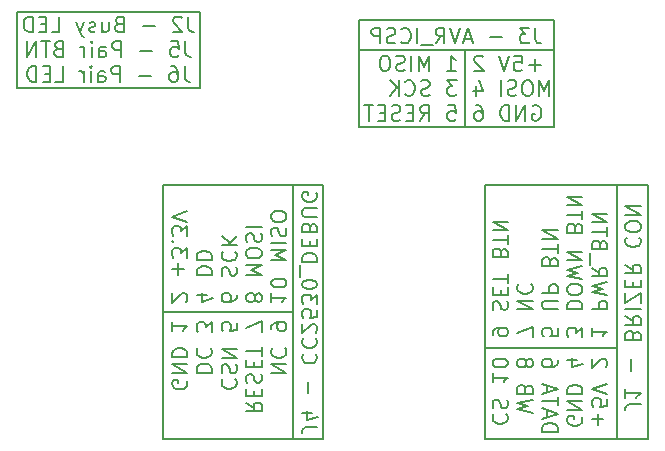
<source format=gbr>
G04 #@! TF.GenerationSoftware,KiCad,Pcbnew,5.0.2+dfsg1-1*
G04 #@! TF.CreationDate,2021-10-10T22:00:12+03:00*
G04 #@! TF.ProjectId,Brizer-ZigBee,4272697a-6572-42d5-9a69-674265652e6b,rev?*
G04 #@! TF.SameCoordinates,Original*
G04 #@! TF.FileFunction,Legend,Bot*
G04 #@! TF.FilePolarity,Positive*
%FSLAX46Y46*%
G04 Gerber Fmt 4.6, Leading zero omitted, Abs format (unit mm)*
G04 Created by KiCad (PCBNEW 5.0.2+dfsg1-1) date Вс 10 окт 2021 22:00:12*
%MOMM*%
%LPD*%
G01*
G04 APERTURE LIST*
%ADD10C,0.200000*%
%ADD11C,0.150000*%
%ADD12O,1.550000X1.550000*%
%ADD13R,1.550000X1.550000*%
%ADD14C,1.550000*%
%ADD15O,1.900000X1.900000*%
%ADD16R,1.900000X1.900000*%
%ADD17C,3.400000*%
G04 APERTURE END LIST*
D10*
X140050000Y-82500000D02*
X140050000Y-76000000D01*
X124550000Y-82500000D02*
X140050000Y-82500000D01*
X124550000Y-76000000D02*
X124550000Y-82500000D01*
X140050000Y-76000000D02*
X124550000Y-76000000D01*
D11*
X139047619Y-76438095D02*
X139047619Y-77366666D01*
X139109523Y-77552380D01*
X139233333Y-77676190D01*
X139419047Y-77738095D01*
X139542857Y-77738095D01*
X138490476Y-76561904D02*
X138428571Y-76500000D01*
X138304761Y-76438095D01*
X137995238Y-76438095D01*
X137871428Y-76500000D01*
X137809523Y-76561904D01*
X137747619Y-76685714D01*
X137747619Y-76809523D01*
X137809523Y-76995238D01*
X138552380Y-77738095D01*
X137747619Y-77738095D01*
X136200000Y-77242857D02*
X135209523Y-77242857D01*
X133166666Y-77057142D02*
X132980952Y-77119047D01*
X132919047Y-77180952D01*
X132857142Y-77304761D01*
X132857142Y-77490476D01*
X132919047Y-77614285D01*
X132980952Y-77676190D01*
X133104761Y-77738095D01*
X133600000Y-77738095D01*
X133600000Y-76438095D01*
X133166666Y-76438095D01*
X133042857Y-76500000D01*
X132980952Y-76561904D01*
X132919047Y-76685714D01*
X132919047Y-76809523D01*
X132980952Y-76933333D01*
X133042857Y-76995238D01*
X133166666Y-77057142D01*
X133600000Y-77057142D01*
X131742857Y-76871428D02*
X131742857Y-77738095D01*
X132300000Y-76871428D02*
X132300000Y-77552380D01*
X132238095Y-77676190D01*
X132114285Y-77738095D01*
X131928571Y-77738095D01*
X131804761Y-77676190D01*
X131742857Y-77614285D01*
X131185714Y-77676190D02*
X131061904Y-77738095D01*
X130814285Y-77738095D01*
X130690476Y-77676190D01*
X130628571Y-77552380D01*
X130628571Y-77490476D01*
X130690476Y-77366666D01*
X130814285Y-77304761D01*
X131000000Y-77304761D01*
X131123809Y-77242857D01*
X131185714Y-77119047D01*
X131185714Y-77057142D01*
X131123809Y-76933333D01*
X131000000Y-76871428D01*
X130814285Y-76871428D01*
X130690476Y-76933333D01*
X130195238Y-76871428D02*
X129885714Y-77738095D01*
X129576190Y-76871428D02*
X129885714Y-77738095D01*
X130009523Y-78047619D01*
X130071428Y-78109523D01*
X130195238Y-78171428D01*
X127471428Y-77738095D02*
X128090476Y-77738095D01*
X128090476Y-76438095D01*
X127038095Y-77057142D02*
X126604761Y-77057142D01*
X126419047Y-77738095D02*
X127038095Y-77738095D01*
X127038095Y-76438095D01*
X126419047Y-76438095D01*
X125861904Y-77738095D02*
X125861904Y-76438095D01*
X125552380Y-76438095D01*
X125366666Y-76500000D01*
X125242857Y-76623809D01*
X125180952Y-76747619D01*
X125119047Y-76995238D01*
X125119047Y-77180952D01*
X125180952Y-77428571D01*
X125242857Y-77552380D01*
X125366666Y-77676190D01*
X125552380Y-77738095D01*
X125861904Y-77738095D01*
X138800000Y-78538095D02*
X138800000Y-79466666D01*
X138861904Y-79652380D01*
X138985714Y-79776190D01*
X139171428Y-79838095D01*
X139295238Y-79838095D01*
X137561904Y-78538095D02*
X138180952Y-78538095D01*
X138242857Y-79157142D01*
X138180952Y-79095238D01*
X138057142Y-79033333D01*
X137747619Y-79033333D01*
X137623809Y-79095238D01*
X137561904Y-79157142D01*
X137500000Y-79280952D01*
X137500000Y-79590476D01*
X137561904Y-79714285D01*
X137623809Y-79776190D01*
X137747619Y-79838095D01*
X138057142Y-79838095D01*
X138180952Y-79776190D01*
X138242857Y-79714285D01*
X135952380Y-79342857D02*
X134961904Y-79342857D01*
X133352380Y-79838095D02*
X133352380Y-78538095D01*
X132857142Y-78538095D01*
X132733333Y-78600000D01*
X132671428Y-78661904D01*
X132609523Y-78785714D01*
X132609523Y-78971428D01*
X132671428Y-79095238D01*
X132733333Y-79157142D01*
X132857142Y-79219047D01*
X133352380Y-79219047D01*
X131495238Y-79838095D02*
X131495238Y-79157142D01*
X131557142Y-79033333D01*
X131680952Y-78971428D01*
X131928571Y-78971428D01*
X132052380Y-79033333D01*
X131495238Y-79776190D02*
X131619047Y-79838095D01*
X131928571Y-79838095D01*
X132052380Y-79776190D01*
X132114285Y-79652380D01*
X132114285Y-79528571D01*
X132052380Y-79404761D01*
X131928571Y-79342857D01*
X131619047Y-79342857D01*
X131495238Y-79280952D01*
X130876190Y-79838095D02*
X130876190Y-78971428D01*
X130876190Y-78538095D02*
X130938095Y-78600000D01*
X130876190Y-78661904D01*
X130814285Y-78600000D01*
X130876190Y-78538095D01*
X130876190Y-78661904D01*
X130257142Y-79838095D02*
X130257142Y-78971428D01*
X130257142Y-79219047D02*
X130195238Y-79095238D01*
X130133333Y-79033333D01*
X130009523Y-78971428D01*
X129885714Y-78971428D01*
X128028571Y-79157142D02*
X127842857Y-79219047D01*
X127780952Y-79280952D01*
X127719047Y-79404761D01*
X127719047Y-79590476D01*
X127780952Y-79714285D01*
X127842857Y-79776190D01*
X127966666Y-79838095D01*
X128461904Y-79838095D01*
X128461904Y-78538095D01*
X128028571Y-78538095D01*
X127904761Y-78600000D01*
X127842857Y-78661904D01*
X127780952Y-78785714D01*
X127780952Y-78909523D01*
X127842857Y-79033333D01*
X127904761Y-79095238D01*
X128028571Y-79157142D01*
X128461904Y-79157142D01*
X127347619Y-78538095D02*
X126604761Y-78538095D01*
X126976190Y-79838095D02*
X126976190Y-78538095D01*
X126171428Y-79838095D02*
X126171428Y-78538095D01*
X125428571Y-79838095D01*
X125428571Y-78538095D01*
X138738095Y-80638095D02*
X138738095Y-81566666D01*
X138800000Y-81752380D01*
X138923809Y-81876190D01*
X139109523Y-81938095D01*
X139233333Y-81938095D01*
X137561904Y-80638095D02*
X137809523Y-80638095D01*
X137933333Y-80700000D01*
X137995238Y-80761904D01*
X138119047Y-80947619D01*
X138180952Y-81195238D01*
X138180952Y-81690476D01*
X138119047Y-81814285D01*
X138057142Y-81876190D01*
X137933333Y-81938095D01*
X137685714Y-81938095D01*
X137561904Y-81876190D01*
X137500000Y-81814285D01*
X137438095Y-81690476D01*
X137438095Y-81380952D01*
X137500000Y-81257142D01*
X137561904Y-81195238D01*
X137685714Y-81133333D01*
X137933333Y-81133333D01*
X138057142Y-81195238D01*
X138119047Y-81257142D01*
X138180952Y-81380952D01*
X135890476Y-81442857D02*
X134900000Y-81442857D01*
X133290476Y-81938095D02*
X133290476Y-80638095D01*
X132795238Y-80638095D01*
X132671428Y-80700000D01*
X132609523Y-80761904D01*
X132547619Y-80885714D01*
X132547619Y-81071428D01*
X132609523Y-81195238D01*
X132671428Y-81257142D01*
X132795238Y-81319047D01*
X133290476Y-81319047D01*
X131433333Y-81938095D02*
X131433333Y-81257142D01*
X131495238Y-81133333D01*
X131619047Y-81071428D01*
X131866666Y-81071428D01*
X131990476Y-81133333D01*
X131433333Y-81876190D02*
X131557142Y-81938095D01*
X131866666Y-81938095D01*
X131990476Y-81876190D01*
X132052380Y-81752380D01*
X132052380Y-81628571D01*
X131990476Y-81504761D01*
X131866666Y-81442857D01*
X131557142Y-81442857D01*
X131433333Y-81380952D01*
X130814285Y-81938095D02*
X130814285Y-81071428D01*
X130814285Y-80638095D02*
X130876190Y-80700000D01*
X130814285Y-80761904D01*
X130752380Y-80700000D01*
X130814285Y-80638095D01*
X130814285Y-80761904D01*
X130195238Y-81938095D02*
X130195238Y-81071428D01*
X130195238Y-81319047D02*
X130133333Y-81195238D01*
X130071428Y-81133333D01*
X129947619Y-81071428D01*
X129823809Y-81071428D01*
X127780952Y-81938095D02*
X128400000Y-81938095D01*
X128400000Y-80638095D01*
X127347619Y-81257142D02*
X126914285Y-81257142D01*
X126728571Y-81938095D02*
X127347619Y-81938095D01*
X127347619Y-80638095D01*
X126728571Y-80638095D01*
X126171428Y-81938095D02*
X126171428Y-80638095D01*
X125861904Y-80638095D01*
X125676190Y-80700000D01*
X125552380Y-80823809D01*
X125490476Y-80947619D01*
X125428571Y-81195238D01*
X125428571Y-81380952D01*
X125490476Y-81628571D01*
X125552380Y-81752380D01*
X125676190Y-81876190D01*
X125861904Y-81938095D01*
X126171428Y-81938095D01*
D10*
X147950000Y-101450000D02*
X136950000Y-101450000D01*
X147950000Y-90700000D02*
X147950000Y-101450000D01*
X147950000Y-112200000D02*
X147950000Y-90700000D01*
X136950000Y-112200000D02*
X150450000Y-112200000D01*
X136950000Y-90700000D02*
X136950000Y-112200000D01*
X150450000Y-90700000D02*
X136950000Y-90700000D01*
X150450000Y-112200000D02*
X150450000Y-90700000D01*
D11*
X149961904Y-111169047D02*
X149033333Y-111169047D01*
X148847619Y-111230952D01*
X148723809Y-111354761D01*
X148661904Y-111540476D01*
X148661904Y-111664285D01*
X149528571Y-109992857D02*
X148661904Y-109992857D01*
X150023809Y-110302380D02*
X149095238Y-110611904D01*
X149095238Y-109807142D01*
X149157142Y-108321428D02*
X149157142Y-107330952D01*
X148785714Y-104978571D02*
X148723809Y-105040476D01*
X148661904Y-105226190D01*
X148661904Y-105350000D01*
X148723809Y-105535714D01*
X148847619Y-105659523D01*
X148971428Y-105721428D01*
X149219047Y-105783333D01*
X149404761Y-105783333D01*
X149652380Y-105721428D01*
X149776190Y-105659523D01*
X149900000Y-105535714D01*
X149961904Y-105350000D01*
X149961904Y-105226190D01*
X149900000Y-105040476D01*
X149838095Y-104978571D01*
X148785714Y-103678571D02*
X148723809Y-103740476D01*
X148661904Y-103926190D01*
X148661904Y-104050000D01*
X148723809Y-104235714D01*
X148847619Y-104359523D01*
X148971428Y-104421428D01*
X149219047Y-104483333D01*
X149404761Y-104483333D01*
X149652380Y-104421428D01*
X149776190Y-104359523D01*
X149900000Y-104235714D01*
X149961904Y-104050000D01*
X149961904Y-103926190D01*
X149900000Y-103740476D01*
X149838095Y-103678571D01*
X149838095Y-103183333D02*
X149900000Y-103121428D01*
X149961904Y-102997619D01*
X149961904Y-102688095D01*
X149900000Y-102564285D01*
X149838095Y-102502380D01*
X149714285Y-102440476D01*
X149590476Y-102440476D01*
X149404761Y-102502380D01*
X148661904Y-103245238D01*
X148661904Y-102440476D01*
X149961904Y-101264285D02*
X149961904Y-101883333D01*
X149342857Y-101945238D01*
X149404761Y-101883333D01*
X149466666Y-101759523D01*
X149466666Y-101450000D01*
X149404761Y-101326190D01*
X149342857Y-101264285D01*
X149219047Y-101202380D01*
X148909523Y-101202380D01*
X148785714Y-101264285D01*
X148723809Y-101326190D01*
X148661904Y-101450000D01*
X148661904Y-101759523D01*
X148723809Y-101883333D01*
X148785714Y-101945238D01*
X149961904Y-100769047D02*
X149961904Y-99964285D01*
X149466666Y-100397619D01*
X149466666Y-100211904D01*
X149404761Y-100088095D01*
X149342857Y-100026190D01*
X149219047Y-99964285D01*
X148909523Y-99964285D01*
X148785714Y-100026190D01*
X148723809Y-100088095D01*
X148661904Y-100211904D01*
X148661904Y-100583333D01*
X148723809Y-100707142D01*
X148785714Y-100769047D01*
X149961904Y-99159523D02*
X149961904Y-99035714D01*
X149900000Y-98911904D01*
X149838095Y-98850000D01*
X149714285Y-98788095D01*
X149466666Y-98726190D01*
X149157142Y-98726190D01*
X148909523Y-98788095D01*
X148785714Y-98850000D01*
X148723809Y-98911904D01*
X148661904Y-99035714D01*
X148661904Y-99159523D01*
X148723809Y-99283333D01*
X148785714Y-99345238D01*
X148909523Y-99407142D01*
X149157142Y-99469047D01*
X149466666Y-99469047D01*
X149714285Y-99407142D01*
X149838095Y-99345238D01*
X149900000Y-99283333D01*
X149961904Y-99159523D01*
X148538095Y-98478571D02*
X148538095Y-97488095D01*
X148661904Y-97178571D02*
X149961904Y-97178571D01*
X149961904Y-96869047D01*
X149900000Y-96683333D01*
X149776190Y-96559523D01*
X149652380Y-96497619D01*
X149404761Y-96435714D01*
X149219047Y-96435714D01*
X148971428Y-96497619D01*
X148847619Y-96559523D01*
X148723809Y-96683333D01*
X148661904Y-96869047D01*
X148661904Y-97178571D01*
X149342857Y-95878571D02*
X149342857Y-95445238D01*
X148661904Y-95259523D02*
X148661904Y-95878571D01*
X149961904Y-95878571D01*
X149961904Y-95259523D01*
X149342857Y-94269047D02*
X149280952Y-94083333D01*
X149219047Y-94021428D01*
X149095238Y-93959523D01*
X148909523Y-93959523D01*
X148785714Y-94021428D01*
X148723809Y-94083333D01*
X148661904Y-94207142D01*
X148661904Y-94702380D01*
X149961904Y-94702380D01*
X149961904Y-94269047D01*
X149900000Y-94145238D01*
X149838095Y-94083333D01*
X149714285Y-94021428D01*
X149590476Y-94021428D01*
X149466666Y-94083333D01*
X149404761Y-94145238D01*
X149342857Y-94269047D01*
X149342857Y-94702380D01*
X149961904Y-93402380D02*
X148909523Y-93402380D01*
X148785714Y-93340476D01*
X148723809Y-93278571D01*
X148661904Y-93154761D01*
X148661904Y-92907142D01*
X148723809Y-92783333D01*
X148785714Y-92721428D01*
X148909523Y-92659523D01*
X149961904Y-92659523D01*
X149900000Y-91359523D02*
X149961904Y-91483333D01*
X149961904Y-91669047D01*
X149900000Y-91854761D01*
X149776190Y-91978571D01*
X149652380Y-92040476D01*
X149404761Y-92102380D01*
X149219047Y-92102380D01*
X148971428Y-92040476D01*
X148847619Y-91978571D01*
X148723809Y-91854761D01*
X148661904Y-91669047D01*
X148661904Y-91545238D01*
X148723809Y-91359523D01*
X148785714Y-91297619D01*
X149219047Y-91297619D01*
X149219047Y-91545238D01*
X146061904Y-99862023D02*
X146061904Y-100604880D01*
X146061904Y-100233452D02*
X147361904Y-100233452D01*
X147176190Y-100357261D01*
X147052380Y-100481071D01*
X146990476Y-100604880D01*
X147361904Y-99057261D02*
X147361904Y-98933452D01*
X147300000Y-98809642D01*
X147238095Y-98747738D01*
X147114285Y-98685833D01*
X146866666Y-98623928D01*
X146557142Y-98623928D01*
X146309523Y-98685833D01*
X146185714Y-98747738D01*
X146123809Y-98809642D01*
X146061904Y-98933452D01*
X146061904Y-99057261D01*
X146123809Y-99181071D01*
X146185714Y-99242976D01*
X146309523Y-99304880D01*
X146557142Y-99366785D01*
X146866666Y-99366785D01*
X147114285Y-99304880D01*
X147238095Y-99242976D01*
X147300000Y-99181071D01*
X147361904Y-99057261D01*
X146061904Y-97076309D02*
X147361904Y-97076309D01*
X146433333Y-96642976D01*
X147361904Y-96209642D01*
X146061904Y-96209642D01*
X146061904Y-95590595D02*
X147361904Y-95590595D01*
X146123809Y-95033452D02*
X146061904Y-94847738D01*
X146061904Y-94538214D01*
X146123809Y-94414404D01*
X146185714Y-94352500D01*
X146309523Y-94290595D01*
X146433333Y-94290595D01*
X146557142Y-94352500D01*
X146619047Y-94414404D01*
X146680952Y-94538214D01*
X146742857Y-94785833D01*
X146804761Y-94909642D01*
X146866666Y-94971547D01*
X146990476Y-95033452D01*
X147114285Y-95033452D01*
X147238095Y-94971547D01*
X147300000Y-94909642D01*
X147361904Y-94785833D01*
X147361904Y-94476309D01*
X147300000Y-94290595D01*
X147361904Y-93485833D02*
X147361904Y-93238214D01*
X147300000Y-93114404D01*
X147176190Y-92990595D01*
X146928571Y-92928690D01*
X146495238Y-92928690D01*
X146247619Y-92990595D01*
X146123809Y-93114404D01*
X146061904Y-93238214D01*
X146061904Y-93485833D01*
X146123809Y-93609642D01*
X146247619Y-93733452D01*
X146495238Y-93795357D01*
X146928571Y-93795357D01*
X147176190Y-93733452D01*
X147300000Y-93609642D01*
X147361904Y-93485833D01*
X144704761Y-100357261D02*
X144766666Y-100481071D01*
X144828571Y-100542976D01*
X144952380Y-100604880D01*
X145014285Y-100604880D01*
X145138095Y-100542976D01*
X145200000Y-100481071D01*
X145261904Y-100357261D01*
X145261904Y-100109642D01*
X145200000Y-99985833D01*
X145138095Y-99923928D01*
X145014285Y-99862023D01*
X144952380Y-99862023D01*
X144828571Y-99923928D01*
X144766666Y-99985833D01*
X144704761Y-100109642D01*
X144704761Y-100357261D01*
X144642857Y-100481071D01*
X144580952Y-100542976D01*
X144457142Y-100604880D01*
X144209523Y-100604880D01*
X144085714Y-100542976D01*
X144023809Y-100481071D01*
X143961904Y-100357261D01*
X143961904Y-100109642D01*
X144023809Y-99985833D01*
X144085714Y-99923928D01*
X144209523Y-99862023D01*
X144457142Y-99862023D01*
X144580952Y-99923928D01*
X144642857Y-99985833D01*
X144704761Y-100109642D01*
X143961904Y-98314404D02*
X145261904Y-98314404D01*
X144333333Y-97881071D01*
X145261904Y-97447738D01*
X143961904Y-97447738D01*
X145261904Y-96581071D02*
X145261904Y-96333452D01*
X145200000Y-96209642D01*
X145076190Y-96085833D01*
X144828571Y-96023928D01*
X144395238Y-96023928D01*
X144147619Y-96085833D01*
X144023809Y-96209642D01*
X143961904Y-96333452D01*
X143961904Y-96581071D01*
X144023809Y-96704880D01*
X144147619Y-96828690D01*
X144395238Y-96890595D01*
X144828571Y-96890595D01*
X145076190Y-96828690D01*
X145200000Y-96704880D01*
X145261904Y-96581071D01*
X144023809Y-95528690D02*
X143961904Y-95342976D01*
X143961904Y-95033452D01*
X144023809Y-94909642D01*
X144085714Y-94847738D01*
X144209523Y-94785833D01*
X144333333Y-94785833D01*
X144457142Y-94847738D01*
X144519047Y-94909642D01*
X144580952Y-95033452D01*
X144642857Y-95281071D01*
X144704761Y-95404880D01*
X144766666Y-95466785D01*
X144890476Y-95528690D01*
X145014285Y-95528690D01*
X145138095Y-95466785D01*
X145200000Y-95404880D01*
X145261904Y-95281071D01*
X145261904Y-94971547D01*
X145200000Y-94785833D01*
X143961904Y-94228690D02*
X145261904Y-94228690D01*
X143161904Y-99985833D02*
X143161904Y-100233452D01*
X143100000Y-100357261D01*
X143038095Y-100419166D01*
X142852380Y-100542976D01*
X142604761Y-100604880D01*
X142109523Y-100604880D01*
X141985714Y-100542976D01*
X141923809Y-100481071D01*
X141861904Y-100357261D01*
X141861904Y-100109642D01*
X141923809Y-99985833D01*
X141985714Y-99923928D01*
X142109523Y-99862023D01*
X142419047Y-99862023D01*
X142542857Y-99923928D01*
X142604761Y-99985833D01*
X142666666Y-100109642D01*
X142666666Y-100357261D01*
X142604761Y-100481071D01*
X142542857Y-100542976D01*
X142419047Y-100604880D01*
X141923809Y-98376309D02*
X141861904Y-98190595D01*
X141861904Y-97881071D01*
X141923809Y-97757261D01*
X141985714Y-97695357D01*
X142109523Y-97633452D01*
X142233333Y-97633452D01*
X142357142Y-97695357D01*
X142419047Y-97757261D01*
X142480952Y-97881071D01*
X142542857Y-98128690D01*
X142604761Y-98252500D01*
X142666666Y-98314404D01*
X142790476Y-98376309D01*
X142914285Y-98376309D01*
X143038095Y-98314404D01*
X143100000Y-98252500D01*
X143161904Y-98128690D01*
X143161904Y-97819166D01*
X143100000Y-97633452D01*
X141985714Y-96333452D02*
X141923809Y-96395357D01*
X141861904Y-96581071D01*
X141861904Y-96704880D01*
X141923809Y-96890595D01*
X142047619Y-97014404D01*
X142171428Y-97076309D01*
X142419047Y-97138214D01*
X142604761Y-97138214D01*
X142852380Y-97076309D01*
X142976190Y-97014404D01*
X143100000Y-96890595D01*
X143161904Y-96704880D01*
X143161904Y-96581071D01*
X143100000Y-96395357D01*
X143038095Y-96333452D01*
X141861904Y-95776309D02*
X143161904Y-95776309D01*
X141861904Y-95033452D02*
X142604761Y-95590595D01*
X143161904Y-95033452D02*
X142419047Y-95776309D01*
X140628571Y-99985833D02*
X139761904Y-99985833D01*
X141123809Y-100295357D02*
X140195238Y-100604880D01*
X140195238Y-99800119D01*
X139761904Y-98314404D02*
X141061904Y-98314404D01*
X141061904Y-98004880D01*
X141000000Y-97819166D01*
X140876190Y-97695357D01*
X140752380Y-97633452D01*
X140504761Y-97571547D01*
X140319047Y-97571547D01*
X140071428Y-97633452D01*
X139947619Y-97695357D01*
X139823809Y-97819166D01*
X139761904Y-98004880D01*
X139761904Y-98314404D01*
X139761904Y-97014404D02*
X141061904Y-97014404D01*
X141061904Y-96704880D01*
X141000000Y-96519166D01*
X140876190Y-96395357D01*
X140752380Y-96333452D01*
X140504761Y-96271547D01*
X140319047Y-96271547D01*
X140071428Y-96333452D01*
X139947619Y-96395357D01*
X139823809Y-96519166D01*
X139761904Y-96704880D01*
X139761904Y-97014404D01*
X138838095Y-100604880D02*
X138900000Y-100542976D01*
X138961904Y-100419166D01*
X138961904Y-100109642D01*
X138900000Y-99985833D01*
X138838095Y-99923928D01*
X138714285Y-99862023D01*
X138590476Y-99862023D01*
X138404761Y-99923928D01*
X137661904Y-100666785D01*
X137661904Y-99862023D01*
X138157142Y-98314404D02*
X138157142Y-97323928D01*
X137661904Y-97819166D02*
X138652380Y-97819166D01*
X138961904Y-96828690D02*
X138961904Y-96023928D01*
X138466666Y-96457261D01*
X138466666Y-96271547D01*
X138404761Y-96147738D01*
X138342857Y-96085833D01*
X138219047Y-96023928D01*
X137909523Y-96023928D01*
X137785714Y-96085833D01*
X137723809Y-96147738D01*
X137661904Y-96271547D01*
X137661904Y-96642976D01*
X137723809Y-96766785D01*
X137785714Y-96828690D01*
X137785714Y-95466785D02*
X137723809Y-95404880D01*
X137661904Y-95466785D01*
X137723809Y-95528690D01*
X137785714Y-95466785D01*
X137661904Y-95466785D01*
X138961904Y-94971547D02*
X138961904Y-94166785D01*
X138466666Y-94600119D01*
X138466666Y-94414404D01*
X138404761Y-94290595D01*
X138342857Y-94228690D01*
X138219047Y-94166785D01*
X137909523Y-94166785D01*
X137785714Y-94228690D01*
X137723809Y-94290595D01*
X137661904Y-94414404D01*
X137661904Y-94785833D01*
X137723809Y-94909642D01*
X137785714Y-94971547D01*
X138961904Y-93795357D02*
X137661904Y-93362023D01*
X138961904Y-92928690D01*
D10*
X162500000Y-79250000D02*
X162500000Y-85750000D01*
X153500000Y-76750000D02*
X153500000Y-79250000D01*
X170000000Y-76750000D02*
X153500000Y-76750000D01*
X170000000Y-85750000D02*
X170000000Y-76750000D01*
X153500000Y-85750000D02*
X170000000Y-85750000D01*
X153500000Y-79250000D02*
X153500000Y-85750000D01*
X170000000Y-79250000D02*
X153500000Y-79250000D01*
D11*
X168416666Y-77388095D02*
X168416666Y-78316666D01*
X168478571Y-78502380D01*
X168602380Y-78626190D01*
X168788095Y-78688095D01*
X168911904Y-78688095D01*
X167921428Y-77388095D02*
X167116666Y-77388095D01*
X167550000Y-77883333D01*
X167364285Y-77883333D01*
X167240476Y-77945238D01*
X167178571Y-78007142D01*
X167116666Y-78130952D01*
X167116666Y-78440476D01*
X167178571Y-78564285D01*
X167240476Y-78626190D01*
X167364285Y-78688095D01*
X167735714Y-78688095D01*
X167859523Y-78626190D01*
X167921428Y-78564285D01*
X165569047Y-78192857D02*
X164578571Y-78192857D01*
X163030952Y-78316666D02*
X162411904Y-78316666D01*
X163154761Y-78688095D02*
X162721428Y-77388095D01*
X162288095Y-78688095D01*
X162040476Y-77388095D02*
X161607142Y-78688095D01*
X161173809Y-77388095D01*
X159997619Y-78688095D02*
X160430952Y-78069047D01*
X160740476Y-78688095D02*
X160740476Y-77388095D01*
X160245238Y-77388095D01*
X160121428Y-77450000D01*
X160059523Y-77511904D01*
X159997619Y-77635714D01*
X159997619Y-77821428D01*
X160059523Y-77945238D01*
X160121428Y-78007142D01*
X160245238Y-78069047D01*
X160740476Y-78069047D01*
X159750000Y-78811904D02*
X158759523Y-78811904D01*
X158450000Y-78688095D02*
X158450000Y-77388095D01*
X157088095Y-78564285D02*
X157150000Y-78626190D01*
X157335714Y-78688095D01*
X157459523Y-78688095D01*
X157645238Y-78626190D01*
X157769047Y-78502380D01*
X157830952Y-78378571D01*
X157892857Y-78130952D01*
X157892857Y-77945238D01*
X157830952Y-77697619D01*
X157769047Y-77573809D01*
X157645238Y-77450000D01*
X157459523Y-77388095D01*
X157335714Y-77388095D01*
X157150000Y-77450000D01*
X157088095Y-77511904D01*
X156592857Y-78626190D02*
X156407142Y-78688095D01*
X156097619Y-78688095D01*
X155973809Y-78626190D01*
X155911904Y-78564285D01*
X155850000Y-78440476D01*
X155850000Y-78316666D01*
X155911904Y-78192857D01*
X155973809Y-78130952D01*
X156097619Y-78069047D01*
X156345238Y-78007142D01*
X156469047Y-77945238D01*
X156530952Y-77883333D01*
X156592857Y-77759523D01*
X156592857Y-77635714D01*
X156530952Y-77511904D01*
X156469047Y-77450000D01*
X156345238Y-77388095D01*
X156035714Y-77388095D01*
X155850000Y-77450000D01*
X155292857Y-78688095D02*
X155292857Y-77388095D01*
X154797619Y-77388095D01*
X154673809Y-77450000D01*
X154611904Y-77511904D01*
X154550000Y-77635714D01*
X154550000Y-77821428D01*
X154611904Y-77945238D01*
X154673809Y-78007142D01*
X154797619Y-78069047D01*
X155292857Y-78069047D01*
X168878452Y-80542857D02*
X167887976Y-80542857D01*
X168383214Y-81038095D02*
X168383214Y-80047619D01*
X166649880Y-79738095D02*
X167268928Y-79738095D01*
X167330833Y-80357142D01*
X167268928Y-80295238D01*
X167145119Y-80233333D01*
X166835595Y-80233333D01*
X166711785Y-80295238D01*
X166649880Y-80357142D01*
X166587976Y-80480952D01*
X166587976Y-80790476D01*
X166649880Y-80914285D01*
X166711785Y-80976190D01*
X166835595Y-81038095D01*
X167145119Y-81038095D01*
X167268928Y-80976190D01*
X167330833Y-80914285D01*
X166216547Y-79738095D02*
X165783214Y-81038095D01*
X165349880Y-79738095D01*
X163987976Y-79861904D02*
X163926071Y-79800000D01*
X163802261Y-79738095D01*
X163492738Y-79738095D01*
X163368928Y-79800000D01*
X163307023Y-79861904D01*
X163245119Y-79985714D01*
X163245119Y-80109523D01*
X163307023Y-80295238D01*
X164049880Y-81038095D01*
X163245119Y-81038095D01*
X169621309Y-83138095D02*
X169621309Y-81838095D01*
X169187976Y-82766666D01*
X168754642Y-81838095D01*
X168754642Y-83138095D01*
X167887976Y-81838095D02*
X167640357Y-81838095D01*
X167516547Y-81900000D01*
X167392738Y-82023809D01*
X167330833Y-82271428D01*
X167330833Y-82704761D01*
X167392738Y-82952380D01*
X167516547Y-83076190D01*
X167640357Y-83138095D01*
X167887976Y-83138095D01*
X168011785Y-83076190D01*
X168135595Y-82952380D01*
X168197500Y-82704761D01*
X168197500Y-82271428D01*
X168135595Y-82023809D01*
X168011785Y-81900000D01*
X167887976Y-81838095D01*
X166835595Y-83076190D02*
X166649880Y-83138095D01*
X166340357Y-83138095D01*
X166216547Y-83076190D01*
X166154642Y-83014285D01*
X166092738Y-82890476D01*
X166092738Y-82766666D01*
X166154642Y-82642857D01*
X166216547Y-82580952D01*
X166340357Y-82519047D01*
X166587976Y-82457142D01*
X166711785Y-82395238D01*
X166773690Y-82333333D01*
X166835595Y-82209523D01*
X166835595Y-82085714D01*
X166773690Y-81961904D01*
X166711785Y-81900000D01*
X166587976Y-81838095D01*
X166278452Y-81838095D01*
X166092738Y-81900000D01*
X165535595Y-83138095D02*
X165535595Y-81838095D01*
X163368928Y-82271428D02*
X163368928Y-83138095D01*
X163678452Y-81776190D02*
X163987976Y-82704761D01*
X163183214Y-82704761D01*
X168197500Y-84000000D02*
X168321309Y-83938095D01*
X168507023Y-83938095D01*
X168692738Y-84000000D01*
X168816547Y-84123809D01*
X168878452Y-84247619D01*
X168940357Y-84495238D01*
X168940357Y-84680952D01*
X168878452Y-84928571D01*
X168816547Y-85052380D01*
X168692738Y-85176190D01*
X168507023Y-85238095D01*
X168383214Y-85238095D01*
X168197500Y-85176190D01*
X168135595Y-85114285D01*
X168135595Y-84680952D01*
X168383214Y-84680952D01*
X167578452Y-85238095D02*
X167578452Y-83938095D01*
X166835595Y-85238095D01*
X166835595Y-83938095D01*
X166216547Y-85238095D02*
X166216547Y-83938095D01*
X165907023Y-83938095D01*
X165721309Y-84000000D01*
X165597500Y-84123809D01*
X165535595Y-84247619D01*
X165473690Y-84495238D01*
X165473690Y-84680952D01*
X165535595Y-84928571D01*
X165597500Y-85052380D01*
X165721309Y-85176190D01*
X165907023Y-85238095D01*
X166216547Y-85238095D01*
X163368928Y-83938095D02*
X163616547Y-83938095D01*
X163740357Y-84000000D01*
X163802261Y-84061904D01*
X163926071Y-84247619D01*
X163987976Y-84495238D01*
X163987976Y-84990476D01*
X163926071Y-85114285D01*
X163864166Y-85176190D01*
X163740357Y-85238095D01*
X163492738Y-85238095D01*
X163368928Y-85176190D01*
X163307023Y-85114285D01*
X163245119Y-84990476D01*
X163245119Y-84680952D01*
X163307023Y-84557142D01*
X163368928Y-84495238D01*
X163492738Y-84433333D01*
X163740357Y-84433333D01*
X163864166Y-84495238D01*
X163926071Y-84557142D01*
X163987976Y-84680952D01*
D10*
X175350000Y-104500000D02*
X164200000Y-104500000D01*
X178000000Y-90700000D02*
X175000000Y-90700000D01*
X178000000Y-112200000D02*
X178000000Y-90700000D01*
X175000000Y-112200000D02*
X178000000Y-112200000D01*
X164200000Y-112200000D02*
X175000000Y-112200000D01*
X164200000Y-90700000D02*
X164200000Y-112200000D01*
X175000000Y-90700000D02*
X164200000Y-90700000D01*
X175350000Y-112200000D02*
X175350000Y-90700000D01*
D11*
X177361904Y-109252380D02*
X176433333Y-109252380D01*
X176247619Y-109314285D01*
X176123809Y-109438095D01*
X176061904Y-109623809D01*
X176061904Y-109747619D01*
X176061904Y-107952380D02*
X176061904Y-108695238D01*
X176061904Y-108323809D02*
X177361904Y-108323809D01*
X177176190Y-108447619D01*
X177052380Y-108571428D01*
X176990476Y-108695238D01*
X176557142Y-106404761D02*
X176557142Y-105414285D01*
X176742857Y-103371428D02*
X176680952Y-103185714D01*
X176619047Y-103123809D01*
X176495238Y-103061904D01*
X176309523Y-103061904D01*
X176185714Y-103123809D01*
X176123809Y-103185714D01*
X176061904Y-103309523D01*
X176061904Y-103804761D01*
X177361904Y-103804761D01*
X177361904Y-103371428D01*
X177300000Y-103247619D01*
X177238095Y-103185714D01*
X177114285Y-103123809D01*
X176990476Y-103123809D01*
X176866666Y-103185714D01*
X176804761Y-103247619D01*
X176742857Y-103371428D01*
X176742857Y-103804761D01*
X176061904Y-101761904D02*
X176680952Y-102195238D01*
X176061904Y-102504761D02*
X177361904Y-102504761D01*
X177361904Y-102009523D01*
X177300000Y-101885714D01*
X177238095Y-101823809D01*
X177114285Y-101761904D01*
X176928571Y-101761904D01*
X176804761Y-101823809D01*
X176742857Y-101885714D01*
X176680952Y-102009523D01*
X176680952Y-102504761D01*
X176061904Y-101204761D02*
X177361904Y-101204761D01*
X177361904Y-100709523D02*
X177361904Y-99842857D01*
X176061904Y-100709523D01*
X176061904Y-99842857D01*
X176742857Y-99347619D02*
X176742857Y-98914285D01*
X176061904Y-98728571D02*
X176061904Y-99347619D01*
X177361904Y-99347619D01*
X177361904Y-98728571D01*
X176061904Y-97428571D02*
X176680952Y-97861904D01*
X176061904Y-98171428D02*
X177361904Y-98171428D01*
X177361904Y-97676190D01*
X177300000Y-97552380D01*
X177238095Y-97490476D01*
X177114285Y-97428571D01*
X176928571Y-97428571D01*
X176804761Y-97490476D01*
X176742857Y-97552380D01*
X176680952Y-97676190D01*
X176680952Y-98171428D01*
X176185714Y-95138095D02*
X176123809Y-95200000D01*
X176061904Y-95385714D01*
X176061904Y-95509523D01*
X176123809Y-95695238D01*
X176247619Y-95819047D01*
X176371428Y-95880952D01*
X176619047Y-95942857D01*
X176804761Y-95942857D01*
X177052380Y-95880952D01*
X177176190Y-95819047D01*
X177300000Y-95695238D01*
X177361904Y-95509523D01*
X177361904Y-95385714D01*
X177300000Y-95200000D01*
X177238095Y-95138095D01*
X177361904Y-94333333D02*
X177361904Y-94085714D01*
X177300000Y-93961904D01*
X177176190Y-93838095D01*
X176928571Y-93776190D01*
X176495238Y-93776190D01*
X176247619Y-93838095D01*
X176123809Y-93961904D01*
X176061904Y-94085714D01*
X176061904Y-94333333D01*
X176123809Y-94457142D01*
X176247619Y-94580952D01*
X176495238Y-94642857D01*
X176928571Y-94642857D01*
X177176190Y-94580952D01*
X177300000Y-94457142D01*
X177361904Y-94333333D01*
X176061904Y-93219047D02*
X177361904Y-93219047D01*
X176061904Y-92476190D01*
X177361904Y-92476190D01*
X173707142Y-111028452D02*
X173707142Y-110037976D01*
X173211904Y-110533214D02*
X174202380Y-110533214D01*
X174511904Y-108799880D02*
X174511904Y-109418928D01*
X173892857Y-109480833D01*
X173954761Y-109418928D01*
X174016666Y-109295119D01*
X174016666Y-108985595D01*
X173954761Y-108861785D01*
X173892857Y-108799880D01*
X173769047Y-108737976D01*
X173459523Y-108737976D01*
X173335714Y-108799880D01*
X173273809Y-108861785D01*
X173211904Y-108985595D01*
X173211904Y-109295119D01*
X173273809Y-109418928D01*
X173335714Y-109480833D01*
X174511904Y-108366547D02*
X173211904Y-107933214D01*
X174511904Y-107499880D01*
X174388095Y-106137976D02*
X174450000Y-106076071D01*
X174511904Y-105952261D01*
X174511904Y-105642738D01*
X174450000Y-105518928D01*
X174388095Y-105457023D01*
X174264285Y-105395119D01*
X174140476Y-105395119D01*
X173954761Y-105457023D01*
X173211904Y-106199880D01*
X173211904Y-105395119D01*
X172350000Y-110347500D02*
X172411904Y-110471309D01*
X172411904Y-110657023D01*
X172350000Y-110842738D01*
X172226190Y-110966547D01*
X172102380Y-111028452D01*
X171854761Y-111090357D01*
X171669047Y-111090357D01*
X171421428Y-111028452D01*
X171297619Y-110966547D01*
X171173809Y-110842738D01*
X171111904Y-110657023D01*
X171111904Y-110533214D01*
X171173809Y-110347500D01*
X171235714Y-110285595D01*
X171669047Y-110285595D01*
X171669047Y-110533214D01*
X171111904Y-109728452D02*
X172411904Y-109728452D01*
X171111904Y-108985595D01*
X172411904Y-108985595D01*
X171111904Y-108366547D02*
X172411904Y-108366547D01*
X172411904Y-108057023D01*
X172350000Y-107871309D01*
X172226190Y-107747500D01*
X172102380Y-107685595D01*
X171854761Y-107623690D01*
X171669047Y-107623690D01*
X171421428Y-107685595D01*
X171297619Y-107747500D01*
X171173809Y-107871309D01*
X171111904Y-108057023D01*
X171111904Y-108366547D01*
X171978571Y-105518928D02*
X171111904Y-105518928D01*
X172473809Y-105828452D02*
X171545238Y-106137976D01*
X171545238Y-105333214D01*
X169011904Y-111585595D02*
X170311904Y-111585595D01*
X170311904Y-111276071D01*
X170250000Y-111090357D01*
X170126190Y-110966547D01*
X170002380Y-110904642D01*
X169754761Y-110842738D01*
X169569047Y-110842738D01*
X169321428Y-110904642D01*
X169197619Y-110966547D01*
X169073809Y-111090357D01*
X169011904Y-111276071D01*
X169011904Y-111585595D01*
X169383333Y-110347500D02*
X169383333Y-109728452D01*
X169011904Y-110471309D02*
X170311904Y-110037976D01*
X169011904Y-109604642D01*
X170311904Y-109357023D02*
X170311904Y-108614166D01*
X169011904Y-108985595D02*
X170311904Y-108985595D01*
X169383333Y-108242738D02*
X169383333Y-107623690D01*
X169011904Y-108366547D02*
X170311904Y-107933214D01*
X169011904Y-107499880D01*
X170311904Y-105518928D02*
X170311904Y-105766547D01*
X170250000Y-105890357D01*
X170188095Y-105952261D01*
X170002380Y-106076071D01*
X169754761Y-106137976D01*
X169259523Y-106137976D01*
X169135714Y-106076071D01*
X169073809Y-106014166D01*
X169011904Y-105890357D01*
X169011904Y-105642738D01*
X169073809Y-105518928D01*
X169135714Y-105457023D01*
X169259523Y-105395119D01*
X169569047Y-105395119D01*
X169692857Y-105457023D01*
X169754761Y-105518928D01*
X169816666Y-105642738D01*
X169816666Y-105890357D01*
X169754761Y-106014166D01*
X169692857Y-106076071D01*
X169569047Y-106137976D01*
X168211904Y-109976071D02*
X166911904Y-109666547D01*
X167840476Y-109418928D01*
X166911904Y-109171309D01*
X168211904Y-108861785D01*
X167592857Y-107933214D02*
X167530952Y-107747500D01*
X167469047Y-107685595D01*
X167345238Y-107623690D01*
X167159523Y-107623690D01*
X167035714Y-107685595D01*
X166973809Y-107747500D01*
X166911904Y-107871309D01*
X166911904Y-108366547D01*
X168211904Y-108366547D01*
X168211904Y-107933214D01*
X168150000Y-107809404D01*
X168088095Y-107747500D01*
X167964285Y-107685595D01*
X167840476Y-107685595D01*
X167716666Y-107747500D01*
X167654761Y-107809404D01*
X167592857Y-107933214D01*
X167592857Y-108366547D01*
X167654761Y-105890357D02*
X167716666Y-106014166D01*
X167778571Y-106076071D01*
X167902380Y-106137976D01*
X167964285Y-106137976D01*
X168088095Y-106076071D01*
X168150000Y-106014166D01*
X168211904Y-105890357D01*
X168211904Y-105642738D01*
X168150000Y-105518928D01*
X168088095Y-105457023D01*
X167964285Y-105395119D01*
X167902380Y-105395119D01*
X167778571Y-105457023D01*
X167716666Y-105518928D01*
X167654761Y-105642738D01*
X167654761Y-105890357D01*
X167592857Y-106014166D01*
X167530952Y-106076071D01*
X167407142Y-106137976D01*
X167159523Y-106137976D01*
X167035714Y-106076071D01*
X166973809Y-106014166D01*
X166911904Y-105890357D01*
X166911904Y-105642738D01*
X166973809Y-105518928D01*
X167035714Y-105457023D01*
X167159523Y-105395119D01*
X167407142Y-105395119D01*
X167530952Y-105457023D01*
X167592857Y-105518928D01*
X167654761Y-105642738D01*
X164935714Y-110099880D02*
X164873809Y-110161785D01*
X164811904Y-110347500D01*
X164811904Y-110471309D01*
X164873809Y-110657023D01*
X164997619Y-110780833D01*
X165121428Y-110842738D01*
X165369047Y-110904642D01*
X165554761Y-110904642D01*
X165802380Y-110842738D01*
X165926190Y-110780833D01*
X166050000Y-110657023D01*
X166111904Y-110471309D01*
X166111904Y-110347500D01*
X166050000Y-110161785D01*
X165988095Y-110099880D01*
X164873809Y-109604642D02*
X164811904Y-109418928D01*
X164811904Y-109109404D01*
X164873809Y-108985595D01*
X164935714Y-108923690D01*
X165059523Y-108861785D01*
X165183333Y-108861785D01*
X165307142Y-108923690D01*
X165369047Y-108985595D01*
X165430952Y-109109404D01*
X165492857Y-109357023D01*
X165554761Y-109480833D01*
X165616666Y-109542738D01*
X165740476Y-109604642D01*
X165864285Y-109604642D01*
X165988095Y-109542738D01*
X166050000Y-109480833D01*
X166111904Y-109357023D01*
X166111904Y-109047500D01*
X166050000Y-108861785D01*
X164811904Y-106633214D02*
X164811904Y-107376071D01*
X164811904Y-107004642D02*
X166111904Y-107004642D01*
X165926190Y-107128452D01*
X165802380Y-107252261D01*
X165740476Y-107376071D01*
X166111904Y-105828452D02*
X166111904Y-105704642D01*
X166050000Y-105580833D01*
X165988095Y-105518928D01*
X165864285Y-105457023D01*
X165616666Y-105395119D01*
X165307142Y-105395119D01*
X165059523Y-105457023D01*
X164935714Y-105518928D01*
X164873809Y-105580833D01*
X164811904Y-105704642D01*
X164811904Y-105828452D01*
X164873809Y-105952261D01*
X164935714Y-106014166D01*
X165059523Y-106076071D01*
X165307142Y-106137976D01*
X165616666Y-106137976D01*
X165864285Y-106076071D01*
X165988095Y-106014166D01*
X166050000Y-105952261D01*
X166111904Y-105828452D01*
X146061904Y-106628452D02*
X147361904Y-106628452D01*
X146061904Y-105885595D01*
X147361904Y-105885595D01*
X146185714Y-104523690D02*
X146123809Y-104585595D01*
X146061904Y-104771309D01*
X146061904Y-104895119D01*
X146123809Y-105080833D01*
X146247619Y-105204642D01*
X146371428Y-105266547D01*
X146619047Y-105328452D01*
X146804761Y-105328452D01*
X147052380Y-105266547D01*
X147176190Y-105204642D01*
X147300000Y-105080833D01*
X147361904Y-104895119D01*
X147361904Y-104771309D01*
X147300000Y-104585595D01*
X147238095Y-104523690D01*
X146061904Y-102914166D02*
X146061904Y-102666547D01*
X146123809Y-102542738D01*
X146185714Y-102480833D01*
X146371428Y-102357023D01*
X146619047Y-102295119D01*
X147114285Y-102295119D01*
X147238095Y-102357023D01*
X147300000Y-102418928D01*
X147361904Y-102542738D01*
X147361904Y-102790357D01*
X147300000Y-102914166D01*
X147238095Y-102976071D01*
X147114285Y-103037976D01*
X146804761Y-103037976D01*
X146680952Y-102976071D01*
X146619047Y-102914166D01*
X146557142Y-102790357D01*
X146557142Y-102542738D01*
X146619047Y-102418928D01*
X146680952Y-102357023D01*
X146804761Y-102295119D01*
X143961904Y-109104642D02*
X144580952Y-109537976D01*
X143961904Y-109847500D02*
X145261904Y-109847500D01*
X145261904Y-109352261D01*
X145200000Y-109228452D01*
X145138095Y-109166547D01*
X145014285Y-109104642D01*
X144828571Y-109104642D01*
X144704761Y-109166547D01*
X144642857Y-109228452D01*
X144580952Y-109352261D01*
X144580952Y-109847500D01*
X144642857Y-108547500D02*
X144642857Y-108114166D01*
X143961904Y-107928452D02*
X143961904Y-108547500D01*
X145261904Y-108547500D01*
X145261904Y-107928452D01*
X144023809Y-107433214D02*
X143961904Y-107247500D01*
X143961904Y-106937976D01*
X144023809Y-106814166D01*
X144085714Y-106752261D01*
X144209523Y-106690357D01*
X144333333Y-106690357D01*
X144457142Y-106752261D01*
X144519047Y-106814166D01*
X144580952Y-106937976D01*
X144642857Y-107185595D01*
X144704761Y-107309404D01*
X144766666Y-107371309D01*
X144890476Y-107433214D01*
X145014285Y-107433214D01*
X145138095Y-107371309D01*
X145200000Y-107309404D01*
X145261904Y-107185595D01*
X145261904Y-106876071D01*
X145200000Y-106690357D01*
X144642857Y-106133214D02*
X144642857Y-105699880D01*
X143961904Y-105514166D02*
X143961904Y-106133214D01*
X145261904Y-106133214D01*
X145261904Y-105514166D01*
X145261904Y-105142738D02*
X145261904Y-104399880D01*
X143961904Y-104771309D02*
X145261904Y-104771309D01*
X145261904Y-103099880D02*
X145261904Y-102233214D01*
X143961904Y-102790357D01*
X141985714Y-107123690D02*
X141923809Y-107185595D01*
X141861904Y-107371309D01*
X141861904Y-107495119D01*
X141923809Y-107680833D01*
X142047619Y-107804642D01*
X142171428Y-107866547D01*
X142419047Y-107928452D01*
X142604761Y-107928452D01*
X142852380Y-107866547D01*
X142976190Y-107804642D01*
X143100000Y-107680833D01*
X143161904Y-107495119D01*
X143161904Y-107371309D01*
X143100000Y-107185595D01*
X143038095Y-107123690D01*
X141923809Y-106628452D02*
X141861904Y-106442738D01*
X141861904Y-106133214D01*
X141923809Y-106009404D01*
X141985714Y-105947500D01*
X142109523Y-105885595D01*
X142233333Y-105885595D01*
X142357142Y-105947500D01*
X142419047Y-106009404D01*
X142480952Y-106133214D01*
X142542857Y-106380833D01*
X142604761Y-106504642D01*
X142666666Y-106566547D01*
X142790476Y-106628452D01*
X142914285Y-106628452D01*
X143038095Y-106566547D01*
X143100000Y-106504642D01*
X143161904Y-106380833D01*
X143161904Y-106071309D01*
X143100000Y-105885595D01*
X141861904Y-105328452D02*
X143161904Y-105328452D01*
X141861904Y-104585595D01*
X143161904Y-104585595D01*
X143161904Y-102357023D02*
X143161904Y-102976071D01*
X142542857Y-103037976D01*
X142604761Y-102976071D01*
X142666666Y-102852261D01*
X142666666Y-102542738D01*
X142604761Y-102418928D01*
X142542857Y-102357023D01*
X142419047Y-102295119D01*
X142109523Y-102295119D01*
X141985714Y-102357023D01*
X141923809Y-102418928D01*
X141861904Y-102542738D01*
X141861904Y-102852261D01*
X141923809Y-102976071D01*
X141985714Y-103037976D01*
X139761904Y-106566547D02*
X141061904Y-106566547D01*
X141061904Y-106257023D01*
X141000000Y-106071309D01*
X140876190Y-105947500D01*
X140752380Y-105885595D01*
X140504761Y-105823690D01*
X140319047Y-105823690D01*
X140071428Y-105885595D01*
X139947619Y-105947500D01*
X139823809Y-106071309D01*
X139761904Y-106257023D01*
X139761904Y-106566547D01*
X139885714Y-104523690D02*
X139823809Y-104585595D01*
X139761904Y-104771309D01*
X139761904Y-104895119D01*
X139823809Y-105080833D01*
X139947619Y-105204642D01*
X140071428Y-105266547D01*
X140319047Y-105328452D01*
X140504761Y-105328452D01*
X140752380Y-105266547D01*
X140876190Y-105204642D01*
X141000000Y-105080833D01*
X141061904Y-104895119D01*
X141061904Y-104771309D01*
X141000000Y-104585595D01*
X140938095Y-104523690D01*
X141061904Y-103099880D02*
X141061904Y-102295119D01*
X140566666Y-102728452D01*
X140566666Y-102542738D01*
X140504761Y-102418928D01*
X140442857Y-102357023D01*
X140319047Y-102295119D01*
X140009523Y-102295119D01*
X139885714Y-102357023D01*
X139823809Y-102418928D01*
X139761904Y-102542738D01*
X139761904Y-102914166D01*
X139823809Y-103037976D01*
X139885714Y-103099880D01*
X138900000Y-107247500D02*
X138961904Y-107371309D01*
X138961904Y-107557023D01*
X138900000Y-107742738D01*
X138776190Y-107866547D01*
X138652380Y-107928452D01*
X138404761Y-107990357D01*
X138219047Y-107990357D01*
X137971428Y-107928452D01*
X137847619Y-107866547D01*
X137723809Y-107742738D01*
X137661904Y-107557023D01*
X137661904Y-107433214D01*
X137723809Y-107247500D01*
X137785714Y-107185595D01*
X138219047Y-107185595D01*
X138219047Y-107433214D01*
X137661904Y-106628452D02*
X138961904Y-106628452D01*
X137661904Y-105885595D01*
X138961904Y-105885595D01*
X137661904Y-105266547D02*
X138961904Y-105266547D01*
X138961904Y-104957023D01*
X138900000Y-104771309D01*
X138776190Y-104647500D01*
X138652380Y-104585595D01*
X138404761Y-104523690D01*
X138219047Y-104523690D01*
X137971428Y-104585595D01*
X137847619Y-104647500D01*
X137723809Y-104771309D01*
X137661904Y-104957023D01*
X137661904Y-105266547D01*
X137661904Y-102295119D02*
X137661904Y-103037976D01*
X137661904Y-102666547D02*
X138961904Y-102666547D01*
X138776190Y-102790357D01*
X138652380Y-102914166D01*
X138590476Y-103037976D01*
X160962023Y-81038095D02*
X161704880Y-81038095D01*
X161333452Y-81038095D02*
X161333452Y-79738095D01*
X161457261Y-79923809D01*
X161581071Y-80047619D01*
X161704880Y-80109523D01*
X159414404Y-81038095D02*
X159414404Y-79738095D01*
X158981071Y-80666666D01*
X158547738Y-79738095D01*
X158547738Y-81038095D01*
X157928690Y-81038095D02*
X157928690Y-79738095D01*
X157371547Y-80976190D02*
X157185833Y-81038095D01*
X156876309Y-81038095D01*
X156752500Y-80976190D01*
X156690595Y-80914285D01*
X156628690Y-80790476D01*
X156628690Y-80666666D01*
X156690595Y-80542857D01*
X156752500Y-80480952D01*
X156876309Y-80419047D01*
X157123928Y-80357142D01*
X157247738Y-80295238D01*
X157309642Y-80233333D01*
X157371547Y-80109523D01*
X157371547Y-79985714D01*
X157309642Y-79861904D01*
X157247738Y-79800000D01*
X157123928Y-79738095D01*
X156814404Y-79738095D01*
X156628690Y-79800000D01*
X155823928Y-79738095D02*
X155576309Y-79738095D01*
X155452500Y-79800000D01*
X155328690Y-79923809D01*
X155266785Y-80171428D01*
X155266785Y-80604761D01*
X155328690Y-80852380D01*
X155452500Y-80976190D01*
X155576309Y-81038095D01*
X155823928Y-81038095D01*
X155947738Y-80976190D01*
X156071547Y-80852380D01*
X156133452Y-80604761D01*
X156133452Y-80171428D01*
X156071547Y-79923809D01*
X155947738Y-79800000D01*
X155823928Y-79738095D01*
X161766785Y-81838095D02*
X160962023Y-81838095D01*
X161395357Y-82333333D01*
X161209642Y-82333333D01*
X161085833Y-82395238D01*
X161023928Y-82457142D01*
X160962023Y-82580952D01*
X160962023Y-82890476D01*
X161023928Y-83014285D01*
X161085833Y-83076190D01*
X161209642Y-83138095D01*
X161581071Y-83138095D01*
X161704880Y-83076190D01*
X161766785Y-83014285D01*
X159476309Y-83076190D02*
X159290595Y-83138095D01*
X158981071Y-83138095D01*
X158857261Y-83076190D01*
X158795357Y-83014285D01*
X158733452Y-82890476D01*
X158733452Y-82766666D01*
X158795357Y-82642857D01*
X158857261Y-82580952D01*
X158981071Y-82519047D01*
X159228690Y-82457142D01*
X159352500Y-82395238D01*
X159414404Y-82333333D01*
X159476309Y-82209523D01*
X159476309Y-82085714D01*
X159414404Y-81961904D01*
X159352500Y-81900000D01*
X159228690Y-81838095D01*
X158919166Y-81838095D01*
X158733452Y-81900000D01*
X157433452Y-83014285D02*
X157495357Y-83076190D01*
X157681071Y-83138095D01*
X157804880Y-83138095D01*
X157990595Y-83076190D01*
X158114404Y-82952380D01*
X158176309Y-82828571D01*
X158238214Y-82580952D01*
X158238214Y-82395238D01*
X158176309Y-82147619D01*
X158114404Y-82023809D01*
X157990595Y-81900000D01*
X157804880Y-81838095D01*
X157681071Y-81838095D01*
X157495357Y-81900000D01*
X157433452Y-81961904D01*
X156876309Y-83138095D02*
X156876309Y-81838095D01*
X156133452Y-83138095D02*
X156690595Y-82395238D01*
X156133452Y-81838095D02*
X156876309Y-82580952D01*
X161023928Y-83938095D02*
X161642976Y-83938095D01*
X161704880Y-84557142D01*
X161642976Y-84495238D01*
X161519166Y-84433333D01*
X161209642Y-84433333D01*
X161085833Y-84495238D01*
X161023928Y-84557142D01*
X160962023Y-84680952D01*
X160962023Y-84990476D01*
X161023928Y-85114285D01*
X161085833Y-85176190D01*
X161209642Y-85238095D01*
X161519166Y-85238095D01*
X161642976Y-85176190D01*
X161704880Y-85114285D01*
X158671547Y-85238095D02*
X159104880Y-84619047D01*
X159414404Y-85238095D02*
X159414404Y-83938095D01*
X158919166Y-83938095D01*
X158795357Y-84000000D01*
X158733452Y-84061904D01*
X158671547Y-84185714D01*
X158671547Y-84371428D01*
X158733452Y-84495238D01*
X158795357Y-84557142D01*
X158919166Y-84619047D01*
X159414404Y-84619047D01*
X158114404Y-84557142D02*
X157681071Y-84557142D01*
X157495357Y-85238095D02*
X158114404Y-85238095D01*
X158114404Y-83938095D01*
X157495357Y-83938095D01*
X157000119Y-85176190D02*
X156814404Y-85238095D01*
X156504880Y-85238095D01*
X156381071Y-85176190D01*
X156319166Y-85114285D01*
X156257261Y-84990476D01*
X156257261Y-84866666D01*
X156319166Y-84742857D01*
X156381071Y-84680952D01*
X156504880Y-84619047D01*
X156752500Y-84557142D01*
X156876309Y-84495238D01*
X156938214Y-84433333D01*
X157000119Y-84309523D01*
X157000119Y-84185714D01*
X156938214Y-84061904D01*
X156876309Y-84000000D01*
X156752500Y-83938095D01*
X156442976Y-83938095D01*
X156257261Y-84000000D01*
X155700119Y-84557142D02*
X155266785Y-84557142D01*
X155081071Y-85238095D02*
X155700119Y-85238095D01*
X155700119Y-83938095D01*
X155081071Y-83938095D01*
X154709642Y-83938095D02*
X153966785Y-83938095D01*
X154338214Y-85238095D02*
X154338214Y-83938095D01*
X173211904Y-102762023D02*
X173211904Y-103504880D01*
X173211904Y-103133452D02*
X174511904Y-103133452D01*
X174326190Y-103257261D01*
X174202380Y-103381071D01*
X174140476Y-103504880D01*
X173211904Y-101214404D02*
X174511904Y-101214404D01*
X174511904Y-100719166D01*
X174450000Y-100595357D01*
X174388095Y-100533452D01*
X174264285Y-100471547D01*
X174078571Y-100471547D01*
X173954761Y-100533452D01*
X173892857Y-100595357D01*
X173830952Y-100719166D01*
X173830952Y-101214404D01*
X174511904Y-100038214D02*
X173211904Y-99728690D01*
X174140476Y-99481071D01*
X173211904Y-99233452D01*
X174511904Y-98923928D01*
X173211904Y-97685833D02*
X173830952Y-98119166D01*
X173211904Y-98428690D02*
X174511904Y-98428690D01*
X174511904Y-97933452D01*
X174450000Y-97809642D01*
X174388095Y-97747738D01*
X174264285Y-97685833D01*
X174078571Y-97685833D01*
X173954761Y-97747738D01*
X173892857Y-97809642D01*
X173830952Y-97933452D01*
X173830952Y-98428690D01*
X173088095Y-97438214D02*
X173088095Y-96447738D01*
X173892857Y-95704880D02*
X173830952Y-95519166D01*
X173769047Y-95457261D01*
X173645238Y-95395357D01*
X173459523Y-95395357D01*
X173335714Y-95457261D01*
X173273809Y-95519166D01*
X173211904Y-95642976D01*
X173211904Y-96138214D01*
X174511904Y-96138214D01*
X174511904Y-95704880D01*
X174450000Y-95581071D01*
X174388095Y-95519166D01*
X174264285Y-95457261D01*
X174140476Y-95457261D01*
X174016666Y-95519166D01*
X173954761Y-95581071D01*
X173892857Y-95704880D01*
X173892857Y-96138214D01*
X174511904Y-95023928D02*
X174511904Y-94281071D01*
X173211904Y-94652500D02*
X174511904Y-94652500D01*
X173211904Y-93847738D02*
X174511904Y-93847738D01*
X173211904Y-93104880D01*
X174511904Y-93104880D01*
X172411904Y-103566785D02*
X172411904Y-102762023D01*
X171916666Y-103195357D01*
X171916666Y-103009642D01*
X171854761Y-102885833D01*
X171792857Y-102823928D01*
X171669047Y-102762023D01*
X171359523Y-102762023D01*
X171235714Y-102823928D01*
X171173809Y-102885833D01*
X171111904Y-103009642D01*
X171111904Y-103381071D01*
X171173809Y-103504880D01*
X171235714Y-103566785D01*
X171111904Y-101214404D02*
X172411904Y-101214404D01*
X172411904Y-100904880D01*
X172350000Y-100719166D01*
X172226190Y-100595357D01*
X172102380Y-100533452D01*
X171854761Y-100471547D01*
X171669047Y-100471547D01*
X171421428Y-100533452D01*
X171297619Y-100595357D01*
X171173809Y-100719166D01*
X171111904Y-100904880D01*
X171111904Y-101214404D01*
X172411904Y-99666785D02*
X172411904Y-99419166D01*
X172350000Y-99295357D01*
X172226190Y-99171547D01*
X171978571Y-99109642D01*
X171545238Y-99109642D01*
X171297619Y-99171547D01*
X171173809Y-99295357D01*
X171111904Y-99419166D01*
X171111904Y-99666785D01*
X171173809Y-99790595D01*
X171297619Y-99914404D01*
X171545238Y-99976309D01*
X171978571Y-99976309D01*
X172226190Y-99914404D01*
X172350000Y-99790595D01*
X172411904Y-99666785D01*
X172411904Y-98676309D02*
X171111904Y-98366785D01*
X172040476Y-98119166D01*
X171111904Y-97871547D01*
X172411904Y-97562023D01*
X171111904Y-97066785D02*
X172411904Y-97066785D01*
X171111904Y-96323928D01*
X172411904Y-96323928D01*
X171792857Y-94281071D02*
X171730952Y-94095357D01*
X171669047Y-94033452D01*
X171545238Y-93971547D01*
X171359523Y-93971547D01*
X171235714Y-94033452D01*
X171173809Y-94095357D01*
X171111904Y-94219166D01*
X171111904Y-94714404D01*
X172411904Y-94714404D01*
X172411904Y-94281071D01*
X172350000Y-94157261D01*
X172288095Y-94095357D01*
X172164285Y-94033452D01*
X172040476Y-94033452D01*
X171916666Y-94095357D01*
X171854761Y-94157261D01*
X171792857Y-94281071D01*
X171792857Y-94714404D01*
X172411904Y-93600119D02*
X172411904Y-92857261D01*
X171111904Y-93228690D02*
X172411904Y-93228690D01*
X171111904Y-92423928D02*
X172411904Y-92423928D01*
X171111904Y-91681071D01*
X172411904Y-91681071D01*
X170311904Y-102823928D02*
X170311904Y-103442976D01*
X169692857Y-103504880D01*
X169754761Y-103442976D01*
X169816666Y-103319166D01*
X169816666Y-103009642D01*
X169754761Y-102885833D01*
X169692857Y-102823928D01*
X169569047Y-102762023D01*
X169259523Y-102762023D01*
X169135714Y-102823928D01*
X169073809Y-102885833D01*
X169011904Y-103009642D01*
X169011904Y-103319166D01*
X169073809Y-103442976D01*
X169135714Y-103504880D01*
X170311904Y-101214404D02*
X169259523Y-101214404D01*
X169135714Y-101152500D01*
X169073809Y-101090595D01*
X169011904Y-100966785D01*
X169011904Y-100719166D01*
X169073809Y-100595357D01*
X169135714Y-100533452D01*
X169259523Y-100471547D01*
X170311904Y-100471547D01*
X169011904Y-99852500D02*
X170311904Y-99852500D01*
X170311904Y-99357261D01*
X170250000Y-99233452D01*
X170188095Y-99171547D01*
X170064285Y-99109642D01*
X169878571Y-99109642D01*
X169754761Y-99171547D01*
X169692857Y-99233452D01*
X169630952Y-99357261D01*
X169630952Y-99852500D01*
X169692857Y-97128690D02*
X169630952Y-96942976D01*
X169569047Y-96881071D01*
X169445238Y-96819166D01*
X169259523Y-96819166D01*
X169135714Y-96881071D01*
X169073809Y-96942976D01*
X169011904Y-97066785D01*
X169011904Y-97562023D01*
X170311904Y-97562023D01*
X170311904Y-97128690D01*
X170250000Y-97004880D01*
X170188095Y-96942976D01*
X170064285Y-96881071D01*
X169940476Y-96881071D01*
X169816666Y-96942976D01*
X169754761Y-97004880D01*
X169692857Y-97128690D01*
X169692857Y-97562023D01*
X170311904Y-96447738D02*
X170311904Y-95704880D01*
X169011904Y-96076309D02*
X170311904Y-96076309D01*
X169011904Y-95271547D02*
X170311904Y-95271547D01*
X169011904Y-94528690D01*
X170311904Y-94528690D01*
X168211904Y-103566785D02*
X168211904Y-102700119D01*
X166911904Y-103257261D01*
X166911904Y-101214404D02*
X168211904Y-101214404D01*
X166911904Y-100471547D01*
X168211904Y-100471547D01*
X167035714Y-99109642D02*
X166973809Y-99171547D01*
X166911904Y-99357261D01*
X166911904Y-99481071D01*
X166973809Y-99666785D01*
X167097619Y-99790595D01*
X167221428Y-99852500D01*
X167469047Y-99914404D01*
X167654761Y-99914404D01*
X167902380Y-99852500D01*
X168026190Y-99790595D01*
X168150000Y-99666785D01*
X168211904Y-99481071D01*
X168211904Y-99357261D01*
X168150000Y-99171547D01*
X168088095Y-99109642D01*
X164811904Y-103381071D02*
X164811904Y-103133452D01*
X164873809Y-103009642D01*
X164935714Y-102947738D01*
X165121428Y-102823928D01*
X165369047Y-102762023D01*
X165864285Y-102762023D01*
X165988095Y-102823928D01*
X166050000Y-102885833D01*
X166111904Y-103009642D01*
X166111904Y-103257261D01*
X166050000Y-103381071D01*
X165988095Y-103442976D01*
X165864285Y-103504880D01*
X165554761Y-103504880D01*
X165430952Y-103442976D01*
X165369047Y-103381071D01*
X165307142Y-103257261D01*
X165307142Y-103009642D01*
X165369047Y-102885833D01*
X165430952Y-102823928D01*
X165554761Y-102762023D01*
X164873809Y-101276309D02*
X164811904Y-101090595D01*
X164811904Y-100781071D01*
X164873809Y-100657261D01*
X164935714Y-100595357D01*
X165059523Y-100533452D01*
X165183333Y-100533452D01*
X165307142Y-100595357D01*
X165369047Y-100657261D01*
X165430952Y-100781071D01*
X165492857Y-101028690D01*
X165554761Y-101152500D01*
X165616666Y-101214404D01*
X165740476Y-101276309D01*
X165864285Y-101276309D01*
X165988095Y-101214404D01*
X166050000Y-101152500D01*
X166111904Y-101028690D01*
X166111904Y-100719166D01*
X166050000Y-100533452D01*
X165492857Y-99976309D02*
X165492857Y-99542976D01*
X164811904Y-99357261D02*
X164811904Y-99976309D01*
X166111904Y-99976309D01*
X166111904Y-99357261D01*
X166111904Y-98985833D02*
X166111904Y-98242976D01*
X164811904Y-98614404D02*
X166111904Y-98614404D01*
X165492857Y-96385833D02*
X165430952Y-96200119D01*
X165369047Y-96138214D01*
X165245238Y-96076309D01*
X165059523Y-96076309D01*
X164935714Y-96138214D01*
X164873809Y-96200119D01*
X164811904Y-96323928D01*
X164811904Y-96819166D01*
X166111904Y-96819166D01*
X166111904Y-96385833D01*
X166050000Y-96262023D01*
X165988095Y-96200119D01*
X165864285Y-96138214D01*
X165740476Y-96138214D01*
X165616666Y-96200119D01*
X165554761Y-96262023D01*
X165492857Y-96385833D01*
X165492857Y-96819166D01*
X166111904Y-95704880D02*
X166111904Y-94962023D01*
X164811904Y-95333452D02*
X166111904Y-95333452D01*
X164811904Y-94528690D02*
X166111904Y-94528690D01*
X164811904Y-93785833D01*
X166111904Y-93785833D01*
%LPC*%
D12*
G04 #@! TO.C,J3*
X173300000Y-83100000D03*
X171300000Y-83100000D03*
X173300000Y-81100000D03*
X171300000Y-81100000D03*
X173300000Y-79100000D03*
D13*
X171300000Y-79100000D03*
G04 #@! TD*
D12*
G04 #@! TO.C,J4*
X135600000Y-102100000D03*
X135600000Y-104100000D03*
X133600000Y-102100000D03*
X133600000Y-104100000D03*
X131600000Y-102100000D03*
X131600000Y-104100000D03*
X129600000Y-102100000D03*
X129600000Y-104100000D03*
X127600000Y-102100000D03*
D13*
X127600000Y-104100000D03*
G04 #@! TD*
D14*
G04 #@! TO.C,J1*
X155000000Y-107300000D03*
X155000000Y-105300000D03*
X157000000Y-107300000D03*
X157000000Y-105300000D03*
X159000000Y-107300000D03*
X159000000Y-105300000D03*
X161000000Y-107300000D03*
X161000000Y-105300000D03*
X163000000Y-107300000D03*
D13*
X163000000Y-105300000D03*
G04 #@! TD*
D15*
G04 #@! TO.C,J2*
X169540000Y-74000000D03*
D16*
X167000000Y-74000000D03*
G04 #@! TD*
D15*
G04 #@! TO.C,J5*
X151540000Y-74000000D03*
D16*
X149000000Y-74000000D03*
G04 #@! TD*
D15*
G04 #@! TO.C,J6*
X160540000Y-74000000D03*
D16*
X158000000Y-74000000D03*
G04 #@! TD*
D17*
G04 #@! TO.C,*
X181550000Y-73450000D03*
G04 #@! TD*
G04 #@! TO.C,*
X181550000Y-109550000D03*
G04 #@! TD*
G04 #@! TO.C,*
X118450000Y-109550000D03*
G04 #@! TD*
G04 #@! TO.C,*
X118450000Y-73450000D03*
G04 #@! TD*
M02*

</source>
